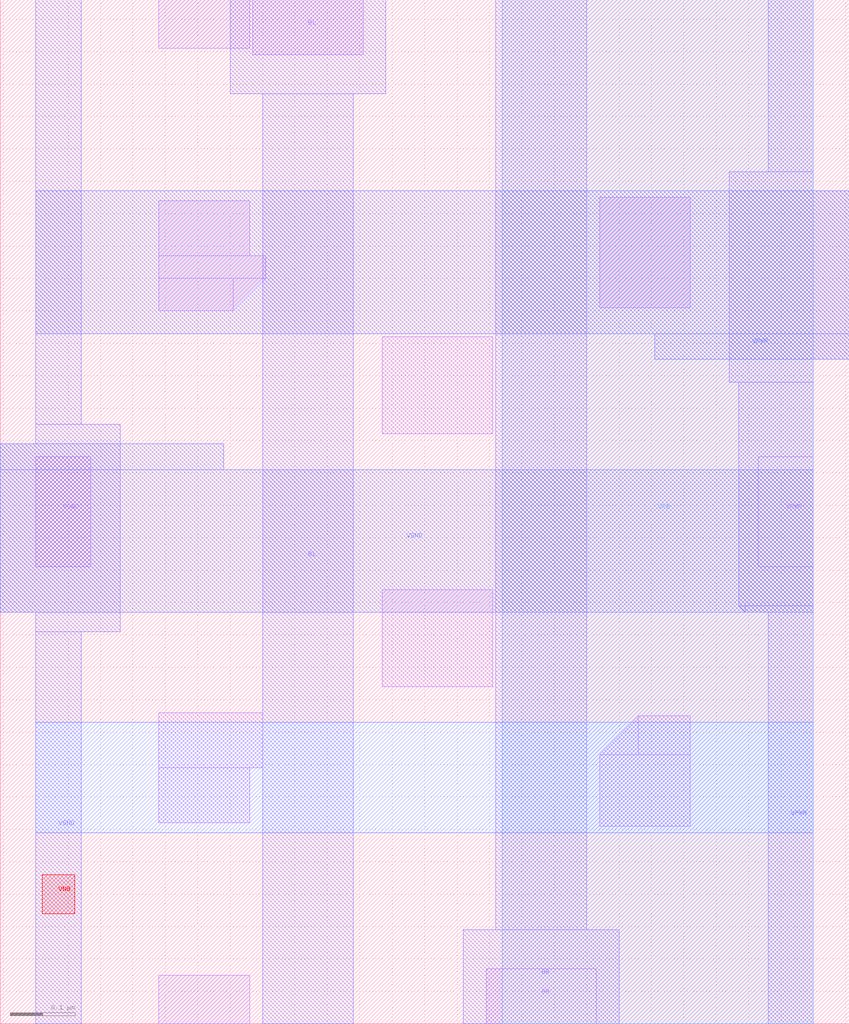
<source format=lef>
VERSION 5.7 ;
  NOWIREEXTENSIONATPIN ON ;
  DIVIDERCHAR "/" ;
  BUSBITCHARS "[]" ;
MACRO sky130_fd_bd_sram__sram_sp_cell_opt1a
  CLASS BLOCK ;
  FOREIGN sky130_fd_bd_sram__sram_sp_cell_opt1a ;
  ORIGIN 0.055 0.000 ;
  SIZE 1.310 BY 1.580 ;
  PIN BL
    ANTENNADIFFAREA 0.016800 ;
    PORT
      LAYER li1 ;
        RECT 0.190 1.505 0.330 1.580 ;
        RECT 0.335 1.495 0.505 1.580 ;
      LAYER met1 ;
        RECT 0.300 1.435 0.540 1.580 ;
        RECT 0.350 0.000 0.490 1.435 ;
    END
  END BL
  PIN BR
    ANTENNADIFFAREA 0.016800 ;
    PORT
      LAYER li1 ;
        RECT 0.190 0.000 0.330 0.075 ;
        RECT 0.695 0.000 0.865 0.085 ;
      LAYER met1 ;
        RECT 0.710 0.145 0.850 1.580 ;
        RECT 0.660 0.000 0.900 0.145 ;
    END
  END BR
  PIN VGND
    USE GROUND ;
    PORT
      LAYER li1 ;
        RECT 0.000 0.705 0.085 0.875 ;
      LAYER met1 ;
        RECT 0.000 0.925 0.070 1.580 ;
        RECT 0.000 0.895 0.130 0.925 ;
        RECT -0.055 0.635 0.130 0.895 ;
        RECT 0.000 0.605 0.130 0.635 ;
        RECT 0.000 0.000 0.070 0.605 ;
      LAYER met2 ;
        RECT -0.055 0.855 0.290 0.895 ;
        RECT -0.055 0.635 1.200 0.855 ;
    END
  END VGND
  PIN VNB
    PORT
      LAYER pwell ;
        RECT 0.010 0.170 0.060 0.230 ;
    END
  END VNB
  PIN VPB
    PORT
      LAYER nwell ;
        RECT 0.720 0.000 1.200 1.580 ;
    END
  END VPB
  PIN VPWR
    USE POWER ;
    PORT
      LAYER li1 ;
        RECT 1.115 0.705 1.200 0.875 ;
      LAYER met1 ;
        RECT 1.130 1.315 1.200 1.580 ;
        RECT 1.070 1.285 1.200 1.315 ;
        RECT 1.070 1.025 1.255 1.285 ;
        RECT 1.070 0.990 1.200 1.025 ;
        RECT 1.085 0.645 1.200 0.990 ;
        POLYGON 1.085 0.645 1.095 0.645 1.095 0.635 ;
        RECT 1.095 0.635 1.200 0.645 ;
        RECT 1.130 0.000 1.200 0.635 ;
      LAYER met2 ;
        RECT 0.000 1.065 1.255 1.285 ;
        RECT 0.955 1.025 1.255 1.065 ;
    END
  END VPWR
  OBS
      LAYER li1 ;
        RECT 0.190 1.185 0.330 1.270 ;
        RECT 0.190 1.150 0.355 1.185 ;
        RECT 0.190 1.100 0.305 1.150 ;
        POLYGON 0.305 1.150 0.355 1.150 0.305 1.100 ;
        RECT 0.870 1.105 1.010 1.275 ;
        RECT 0.535 0.910 0.705 1.060 ;
        RECT 0.535 0.520 0.705 0.670 ;
        RECT 0.190 0.395 0.350 0.480 ;
        POLYGON 0.930 0.475 0.930 0.415 0.870 0.415 ;
        RECT 0.930 0.415 1.010 0.475 ;
        RECT 0.190 0.310 0.330 0.395 ;
        RECT 0.870 0.305 1.010 0.415 ;
      LAYER met2 ;
        RECT 0.000 0.295 1.200 0.465 ;
  END
END sky130_fd_bd_sram__sram_sp_cell_opt1a
END LIBRARY


</source>
